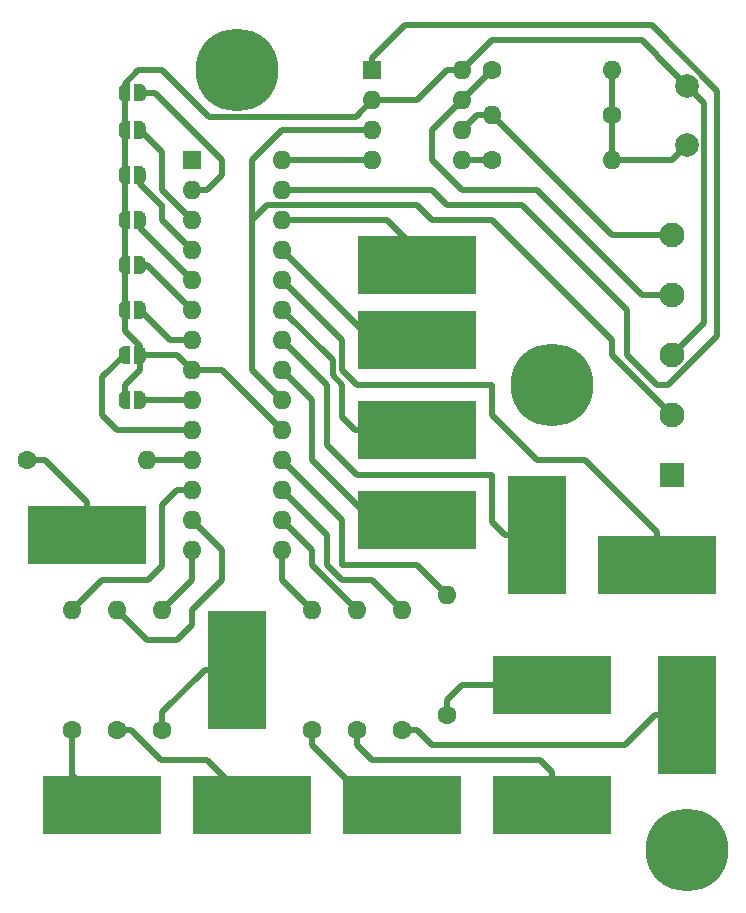
<source format=gbr>
G04 #@! TF.GenerationSoftware,KiCad,Pcbnew,(5.1.5)-3*
G04 #@! TF.CreationDate,2021-12-21T15:30:23+01:00*
G04 #@! TF.ProjectId,NummernstellputOutput,4e756d6d-6572-46e7-9374-656c6c707574,rev?*
G04 #@! TF.SameCoordinates,Original*
G04 #@! TF.FileFunction,Copper,L2,Bot*
G04 #@! TF.FilePolarity,Positive*
%FSLAX46Y46*%
G04 Gerber Fmt 4.6, Leading zero omitted, Abs format (unit mm)*
G04 Created by KiCad (PCBNEW (5.1.5)-3) date 2021-12-21 15:30:23*
%MOMM*%
%LPD*%
G04 APERTURE LIST*
%ADD10C,7.000000*%
%ADD11R,5.000000X10.000000*%
%ADD12R,10.000000X5.000000*%
%ADD13O,1.600000X1.600000*%
%ADD14R,1.600000X1.600000*%
%ADD15C,1.600000*%
%ADD16C,2.100000*%
%ADD17R,2.100000X2.100000*%
%ADD18C,0.100000*%
%ADD19C,2.000000*%
%ADD20C,0.500000*%
G04 APERTURE END LIST*
D10*
X60960000Y-45720000D03*
D11*
X72390000Y-73660000D03*
D12*
X60960000Y-81280000D03*
X48260000Y-81280000D03*
X60960000Y-71120000D03*
D11*
X34290000Y-69850000D03*
D12*
X49530000Y-35560000D03*
X49530000Y-41910000D03*
X69850000Y-60960000D03*
X49530000Y-49530000D03*
D11*
X59690000Y-58420000D03*
D12*
X49530000Y-57150000D03*
X35560000Y-81280000D03*
X22860000Y-81280000D03*
X21590000Y-58420000D03*
D13*
X38100000Y-26670000D03*
X30480000Y-59690000D03*
X38100000Y-29210000D03*
X30480000Y-57150000D03*
X38100000Y-31750000D03*
X30480000Y-54610000D03*
X38100000Y-34290000D03*
X30480000Y-52070000D03*
X38100000Y-36830000D03*
X30480000Y-49530000D03*
X38100000Y-39370000D03*
X30480000Y-46990000D03*
X38100000Y-41910000D03*
X30480000Y-44450000D03*
X38100000Y-44450000D03*
X30480000Y-41910000D03*
X38100000Y-46990000D03*
X30480000Y-39370000D03*
X38100000Y-49530000D03*
X30480000Y-36830000D03*
X38100000Y-52070000D03*
X30480000Y-34290000D03*
X38100000Y-54610000D03*
X30480000Y-31750000D03*
X38100000Y-57150000D03*
X30480000Y-29210000D03*
X38100000Y-59690000D03*
D14*
X30480000Y-26670000D03*
D13*
X53340000Y-19050000D03*
X45720000Y-26670000D03*
X53340000Y-21590000D03*
X45720000Y-24130000D03*
X53340000Y-24130000D03*
X45720000Y-21590000D03*
X53340000Y-26670000D03*
D14*
X45720000Y-19050000D03*
D13*
X52070000Y-63500000D03*
D15*
X52070000Y-73660000D03*
D13*
X48260000Y-64770000D03*
D15*
X48260000Y-74930000D03*
D13*
X44450000Y-64770000D03*
D15*
X44450000Y-74930000D03*
D13*
X40640000Y-64770000D03*
D15*
X40640000Y-74930000D03*
D13*
X27940000Y-64770000D03*
D15*
X27940000Y-74930000D03*
D13*
X24130000Y-64770000D03*
D15*
X24130000Y-74930000D03*
D13*
X20320000Y-64770000D03*
D15*
X20320000Y-74930000D03*
D13*
X26670000Y-52070000D03*
D15*
X16510000Y-52070000D03*
D13*
X66040000Y-26670000D03*
D15*
X55880000Y-26670000D03*
D13*
X66040000Y-19050000D03*
D15*
X55880000Y-19050000D03*
D13*
X55880000Y-22860000D03*
D15*
X66040000Y-22860000D03*
D16*
X71120000Y-33020000D03*
X71120000Y-38100000D03*
X71120000Y-43180000D03*
X71120000Y-48260000D03*
D17*
X71120000Y-53340000D03*
D10*
X72390000Y-85090000D03*
X34290000Y-19050000D03*
G04 #@! TA.AperFunction,SMDPad,CuDef*
D18*
G36*
X26050000Y-46240602D02*
G01*
X26074534Y-46240602D01*
X26123365Y-46245412D01*
X26171490Y-46254984D01*
X26218445Y-46269228D01*
X26263778Y-46288005D01*
X26307051Y-46311136D01*
X26347850Y-46338396D01*
X26385779Y-46369524D01*
X26420476Y-46404221D01*
X26451604Y-46442150D01*
X26478864Y-46482949D01*
X26501995Y-46526222D01*
X26520772Y-46571555D01*
X26535016Y-46618510D01*
X26544588Y-46666635D01*
X26549398Y-46715466D01*
X26549398Y-46740000D01*
X26550000Y-46740000D01*
X26550000Y-47240000D01*
X26549398Y-47240000D01*
X26549398Y-47264534D01*
X26544588Y-47313365D01*
X26535016Y-47361490D01*
X26520772Y-47408445D01*
X26501995Y-47453778D01*
X26478864Y-47497051D01*
X26451604Y-47537850D01*
X26420476Y-47575779D01*
X26385779Y-47610476D01*
X26347850Y-47641604D01*
X26307051Y-47668864D01*
X26263778Y-47691995D01*
X26218445Y-47710772D01*
X26171490Y-47725016D01*
X26123365Y-47734588D01*
X26074534Y-47739398D01*
X26050000Y-47739398D01*
X26050000Y-47740000D01*
X25550000Y-47740000D01*
X25550000Y-46240000D01*
X26050000Y-46240000D01*
X26050000Y-46240602D01*
G37*
G04 #@! TD.AperFunction*
G04 #@! TA.AperFunction,SMDPad,CuDef*
G36*
X25250000Y-47740000D02*
G01*
X24750000Y-47740000D01*
X24750000Y-47739398D01*
X24725466Y-47739398D01*
X24676635Y-47734588D01*
X24628510Y-47725016D01*
X24581555Y-47710772D01*
X24536222Y-47691995D01*
X24492949Y-47668864D01*
X24452150Y-47641604D01*
X24414221Y-47610476D01*
X24379524Y-47575779D01*
X24348396Y-47537850D01*
X24321136Y-47497051D01*
X24298005Y-47453778D01*
X24279228Y-47408445D01*
X24264984Y-47361490D01*
X24255412Y-47313365D01*
X24250602Y-47264534D01*
X24250602Y-47240000D01*
X24250000Y-47240000D01*
X24250000Y-46740000D01*
X24250602Y-46740000D01*
X24250602Y-46715466D01*
X24255412Y-46666635D01*
X24264984Y-46618510D01*
X24279228Y-46571555D01*
X24298005Y-46526222D01*
X24321136Y-46482949D01*
X24348396Y-46442150D01*
X24379524Y-46404221D01*
X24414221Y-46369524D01*
X24452150Y-46338396D01*
X24492949Y-46311136D01*
X24536222Y-46288005D01*
X24581555Y-46269228D01*
X24628510Y-46254984D01*
X24676635Y-46245412D01*
X24725466Y-46240602D01*
X24750000Y-46240602D01*
X24750000Y-46240000D01*
X25250000Y-46240000D01*
X25250000Y-47740000D01*
G37*
G04 #@! TD.AperFunction*
G04 #@! TA.AperFunction,SMDPad,CuDef*
G36*
X24750000Y-43929398D02*
G01*
X24725466Y-43929398D01*
X24676635Y-43924588D01*
X24628510Y-43915016D01*
X24581555Y-43900772D01*
X24536222Y-43881995D01*
X24492949Y-43858864D01*
X24452150Y-43831604D01*
X24414221Y-43800476D01*
X24379524Y-43765779D01*
X24348396Y-43727850D01*
X24321136Y-43687051D01*
X24298005Y-43643778D01*
X24279228Y-43598445D01*
X24264984Y-43551490D01*
X24255412Y-43503365D01*
X24250602Y-43454534D01*
X24250602Y-43430000D01*
X24250000Y-43430000D01*
X24250000Y-42930000D01*
X24250602Y-42930000D01*
X24250602Y-42905466D01*
X24255412Y-42856635D01*
X24264984Y-42808510D01*
X24279228Y-42761555D01*
X24298005Y-42716222D01*
X24321136Y-42672949D01*
X24348396Y-42632150D01*
X24379524Y-42594221D01*
X24414221Y-42559524D01*
X24452150Y-42528396D01*
X24492949Y-42501136D01*
X24536222Y-42478005D01*
X24581555Y-42459228D01*
X24628510Y-42444984D01*
X24676635Y-42435412D01*
X24725466Y-42430602D01*
X24750000Y-42430602D01*
X24750000Y-42430000D01*
X25250000Y-42430000D01*
X25250000Y-43930000D01*
X24750000Y-43930000D01*
X24750000Y-43929398D01*
G37*
G04 #@! TD.AperFunction*
G04 #@! TA.AperFunction,SMDPad,CuDef*
G36*
X25550000Y-42430000D02*
G01*
X26050000Y-42430000D01*
X26050000Y-42430602D01*
X26074534Y-42430602D01*
X26123365Y-42435412D01*
X26171490Y-42444984D01*
X26218445Y-42459228D01*
X26263778Y-42478005D01*
X26307051Y-42501136D01*
X26347850Y-42528396D01*
X26385779Y-42559524D01*
X26420476Y-42594221D01*
X26451604Y-42632150D01*
X26478864Y-42672949D01*
X26501995Y-42716222D01*
X26520772Y-42761555D01*
X26535016Y-42808510D01*
X26544588Y-42856635D01*
X26549398Y-42905466D01*
X26549398Y-42930000D01*
X26550000Y-42930000D01*
X26550000Y-43430000D01*
X26549398Y-43430000D01*
X26549398Y-43454534D01*
X26544588Y-43503365D01*
X26535016Y-43551490D01*
X26520772Y-43598445D01*
X26501995Y-43643778D01*
X26478864Y-43687051D01*
X26451604Y-43727850D01*
X26420476Y-43765779D01*
X26385779Y-43800476D01*
X26347850Y-43831604D01*
X26307051Y-43858864D01*
X26263778Y-43881995D01*
X26218445Y-43900772D01*
X26171490Y-43915016D01*
X26123365Y-43924588D01*
X26074534Y-43929398D01*
X26050000Y-43929398D01*
X26050000Y-43930000D01*
X25550000Y-43930000D01*
X25550000Y-42430000D01*
G37*
G04 #@! TD.AperFunction*
G04 #@! TA.AperFunction,SMDPad,CuDef*
G36*
X26050000Y-38620602D02*
G01*
X26074534Y-38620602D01*
X26123365Y-38625412D01*
X26171490Y-38634984D01*
X26218445Y-38649228D01*
X26263778Y-38668005D01*
X26307051Y-38691136D01*
X26347850Y-38718396D01*
X26385779Y-38749524D01*
X26420476Y-38784221D01*
X26451604Y-38822150D01*
X26478864Y-38862949D01*
X26501995Y-38906222D01*
X26520772Y-38951555D01*
X26535016Y-38998510D01*
X26544588Y-39046635D01*
X26549398Y-39095466D01*
X26549398Y-39120000D01*
X26550000Y-39120000D01*
X26550000Y-39620000D01*
X26549398Y-39620000D01*
X26549398Y-39644534D01*
X26544588Y-39693365D01*
X26535016Y-39741490D01*
X26520772Y-39788445D01*
X26501995Y-39833778D01*
X26478864Y-39877051D01*
X26451604Y-39917850D01*
X26420476Y-39955779D01*
X26385779Y-39990476D01*
X26347850Y-40021604D01*
X26307051Y-40048864D01*
X26263778Y-40071995D01*
X26218445Y-40090772D01*
X26171490Y-40105016D01*
X26123365Y-40114588D01*
X26074534Y-40119398D01*
X26050000Y-40119398D01*
X26050000Y-40120000D01*
X25550000Y-40120000D01*
X25550000Y-38620000D01*
X26050000Y-38620000D01*
X26050000Y-38620602D01*
G37*
G04 #@! TD.AperFunction*
G04 #@! TA.AperFunction,SMDPad,CuDef*
G36*
X25250000Y-40120000D02*
G01*
X24750000Y-40120000D01*
X24750000Y-40119398D01*
X24725466Y-40119398D01*
X24676635Y-40114588D01*
X24628510Y-40105016D01*
X24581555Y-40090772D01*
X24536222Y-40071995D01*
X24492949Y-40048864D01*
X24452150Y-40021604D01*
X24414221Y-39990476D01*
X24379524Y-39955779D01*
X24348396Y-39917850D01*
X24321136Y-39877051D01*
X24298005Y-39833778D01*
X24279228Y-39788445D01*
X24264984Y-39741490D01*
X24255412Y-39693365D01*
X24250602Y-39644534D01*
X24250602Y-39620000D01*
X24250000Y-39620000D01*
X24250000Y-39120000D01*
X24250602Y-39120000D01*
X24250602Y-39095466D01*
X24255412Y-39046635D01*
X24264984Y-38998510D01*
X24279228Y-38951555D01*
X24298005Y-38906222D01*
X24321136Y-38862949D01*
X24348396Y-38822150D01*
X24379524Y-38784221D01*
X24414221Y-38749524D01*
X24452150Y-38718396D01*
X24492949Y-38691136D01*
X24536222Y-38668005D01*
X24581555Y-38649228D01*
X24628510Y-38634984D01*
X24676635Y-38625412D01*
X24725466Y-38620602D01*
X24750000Y-38620602D01*
X24750000Y-38620000D01*
X25250000Y-38620000D01*
X25250000Y-40120000D01*
G37*
G04 #@! TD.AperFunction*
G04 #@! TA.AperFunction,SMDPad,CuDef*
G36*
X26050000Y-34810602D02*
G01*
X26074534Y-34810602D01*
X26123365Y-34815412D01*
X26171490Y-34824984D01*
X26218445Y-34839228D01*
X26263778Y-34858005D01*
X26307051Y-34881136D01*
X26347850Y-34908396D01*
X26385779Y-34939524D01*
X26420476Y-34974221D01*
X26451604Y-35012150D01*
X26478864Y-35052949D01*
X26501995Y-35096222D01*
X26520772Y-35141555D01*
X26535016Y-35188510D01*
X26544588Y-35236635D01*
X26549398Y-35285466D01*
X26549398Y-35310000D01*
X26550000Y-35310000D01*
X26550000Y-35810000D01*
X26549398Y-35810000D01*
X26549398Y-35834534D01*
X26544588Y-35883365D01*
X26535016Y-35931490D01*
X26520772Y-35978445D01*
X26501995Y-36023778D01*
X26478864Y-36067051D01*
X26451604Y-36107850D01*
X26420476Y-36145779D01*
X26385779Y-36180476D01*
X26347850Y-36211604D01*
X26307051Y-36238864D01*
X26263778Y-36261995D01*
X26218445Y-36280772D01*
X26171490Y-36295016D01*
X26123365Y-36304588D01*
X26074534Y-36309398D01*
X26050000Y-36309398D01*
X26050000Y-36310000D01*
X25550000Y-36310000D01*
X25550000Y-34810000D01*
X26050000Y-34810000D01*
X26050000Y-34810602D01*
G37*
G04 #@! TD.AperFunction*
G04 #@! TA.AperFunction,SMDPad,CuDef*
G36*
X25250000Y-36310000D02*
G01*
X24750000Y-36310000D01*
X24750000Y-36309398D01*
X24725466Y-36309398D01*
X24676635Y-36304588D01*
X24628510Y-36295016D01*
X24581555Y-36280772D01*
X24536222Y-36261995D01*
X24492949Y-36238864D01*
X24452150Y-36211604D01*
X24414221Y-36180476D01*
X24379524Y-36145779D01*
X24348396Y-36107850D01*
X24321136Y-36067051D01*
X24298005Y-36023778D01*
X24279228Y-35978445D01*
X24264984Y-35931490D01*
X24255412Y-35883365D01*
X24250602Y-35834534D01*
X24250602Y-35810000D01*
X24250000Y-35810000D01*
X24250000Y-35310000D01*
X24250602Y-35310000D01*
X24250602Y-35285466D01*
X24255412Y-35236635D01*
X24264984Y-35188510D01*
X24279228Y-35141555D01*
X24298005Y-35096222D01*
X24321136Y-35052949D01*
X24348396Y-35012150D01*
X24379524Y-34974221D01*
X24414221Y-34939524D01*
X24452150Y-34908396D01*
X24492949Y-34881136D01*
X24536222Y-34858005D01*
X24581555Y-34839228D01*
X24628510Y-34824984D01*
X24676635Y-34815412D01*
X24725466Y-34810602D01*
X24750000Y-34810602D01*
X24750000Y-34810000D01*
X25250000Y-34810000D01*
X25250000Y-36310000D01*
G37*
G04 #@! TD.AperFunction*
G04 #@! TA.AperFunction,SMDPad,CuDef*
G36*
X26050000Y-31000602D02*
G01*
X26074534Y-31000602D01*
X26123365Y-31005412D01*
X26171490Y-31014984D01*
X26218445Y-31029228D01*
X26263778Y-31048005D01*
X26307051Y-31071136D01*
X26347850Y-31098396D01*
X26385779Y-31129524D01*
X26420476Y-31164221D01*
X26451604Y-31202150D01*
X26478864Y-31242949D01*
X26501995Y-31286222D01*
X26520772Y-31331555D01*
X26535016Y-31378510D01*
X26544588Y-31426635D01*
X26549398Y-31475466D01*
X26549398Y-31500000D01*
X26550000Y-31500000D01*
X26550000Y-32000000D01*
X26549398Y-32000000D01*
X26549398Y-32024534D01*
X26544588Y-32073365D01*
X26535016Y-32121490D01*
X26520772Y-32168445D01*
X26501995Y-32213778D01*
X26478864Y-32257051D01*
X26451604Y-32297850D01*
X26420476Y-32335779D01*
X26385779Y-32370476D01*
X26347850Y-32401604D01*
X26307051Y-32428864D01*
X26263778Y-32451995D01*
X26218445Y-32470772D01*
X26171490Y-32485016D01*
X26123365Y-32494588D01*
X26074534Y-32499398D01*
X26050000Y-32499398D01*
X26050000Y-32500000D01*
X25550000Y-32500000D01*
X25550000Y-31000000D01*
X26050000Y-31000000D01*
X26050000Y-31000602D01*
G37*
G04 #@! TD.AperFunction*
G04 #@! TA.AperFunction,SMDPad,CuDef*
G36*
X25250000Y-32500000D02*
G01*
X24750000Y-32500000D01*
X24750000Y-32499398D01*
X24725466Y-32499398D01*
X24676635Y-32494588D01*
X24628510Y-32485016D01*
X24581555Y-32470772D01*
X24536222Y-32451995D01*
X24492949Y-32428864D01*
X24452150Y-32401604D01*
X24414221Y-32370476D01*
X24379524Y-32335779D01*
X24348396Y-32297850D01*
X24321136Y-32257051D01*
X24298005Y-32213778D01*
X24279228Y-32168445D01*
X24264984Y-32121490D01*
X24255412Y-32073365D01*
X24250602Y-32024534D01*
X24250602Y-32000000D01*
X24250000Y-32000000D01*
X24250000Y-31500000D01*
X24250602Y-31500000D01*
X24250602Y-31475466D01*
X24255412Y-31426635D01*
X24264984Y-31378510D01*
X24279228Y-31331555D01*
X24298005Y-31286222D01*
X24321136Y-31242949D01*
X24348396Y-31202150D01*
X24379524Y-31164221D01*
X24414221Y-31129524D01*
X24452150Y-31098396D01*
X24492949Y-31071136D01*
X24536222Y-31048005D01*
X24581555Y-31029228D01*
X24628510Y-31014984D01*
X24676635Y-31005412D01*
X24725466Y-31000602D01*
X24750000Y-31000602D01*
X24750000Y-31000000D01*
X25250000Y-31000000D01*
X25250000Y-32500000D01*
G37*
G04 #@! TD.AperFunction*
G04 #@! TA.AperFunction,SMDPad,CuDef*
G36*
X26050000Y-27190602D02*
G01*
X26074534Y-27190602D01*
X26123365Y-27195412D01*
X26171490Y-27204984D01*
X26218445Y-27219228D01*
X26263778Y-27238005D01*
X26307051Y-27261136D01*
X26347850Y-27288396D01*
X26385779Y-27319524D01*
X26420476Y-27354221D01*
X26451604Y-27392150D01*
X26478864Y-27432949D01*
X26501995Y-27476222D01*
X26520772Y-27521555D01*
X26535016Y-27568510D01*
X26544588Y-27616635D01*
X26549398Y-27665466D01*
X26549398Y-27690000D01*
X26550000Y-27690000D01*
X26550000Y-28190000D01*
X26549398Y-28190000D01*
X26549398Y-28214534D01*
X26544588Y-28263365D01*
X26535016Y-28311490D01*
X26520772Y-28358445D01*
X26501995Y-28403778D01*
X26478864Y-28447051D01*
X26451604Y-28487850D01*
X26420476Y-28525779D01*
X26385779Y-28560476D01*
X26347850Y-28591604D01*
X26307051Y-28618864D01*
X26263778Y-28641995D01*
X26218445Y-28660772D01*
X26171490Y-28675016D01*
X26123365Y-28684588D01*
X26074534Y-28689398D01*
X26050000Y-28689398D01*
X26050000Y-28690000D01*
X25550000Y-28690000D01*
X25550000Y-27190000D01*
X26050000Y-27190000D01*
X26050000Y-27190602D01*
G37*
G04 #@! TD.AperFunction*
G04 #@! TA.AperFunction,SMDPad,CuDef*
G36*
X25250000Y-28690000D02*
G01*
X24750000Y-28690000D01*
X24750000Y-28689398D01*
X24725466Y-28689398D01*
X24676635Y-28684588D01*
X24628510Y-28675016D01*
X24581555Y-28660772D01*
X24536222Y-28641995D01*
X24492949Y-28618864D01*
X24452150Y-28591604D01*
X24414221Y-28560476D01*
X24379524Y-28525779D01*
X24348396Y-28487850D01*
X24321136Y-28447051D01*
X24298005Y-28403778D01*
X24279228Y-28358445D01*
X24264984Y-28311490D01*
X24255412Y-28263365D01*
X24250602Y-28214534D01*
X24250602Y-28190000D01*
X24250000Y-28190000D01*
X24250000Y-27690000D01*
X24250602Y-27690000D01*
X24250602Y-27665466D01*
X24255412Y-27616635D01*
X24264984Y-27568510D01*
X24279228Y-27521555D01*
X24298005Y-27476222D01*
X24321136Y-27432949D01*
X24348396Y-27392150D01*
X24379524Y-27354221D01*
X24414221Y-27319524D01*
X24452150Y-27288396D01*
X24492949Y-27261136D01*
X24536222Y-27238005D01*
X24581555Y-27219228D01*
X24628510Y-27204984D01*
X24676635Y-27195412D01*
X24725466Y-27190602D01*
X24750000Y-27190602D01*
X24750000Y-27190000D01*
X25250000Y-27190000D01*
X25250000Y-28690000D01*
G37*
G04 #@! TD.AperFunction*
G04 #@! TA.AperFunction,SMDPad,CuDef*
G36*
X26050000Y-23380602D02*
G01*
X26074534Y-23380602D01*
X26123365Y-23385412D01*
X26171490Y-23394984D01*
X26218445Y-23409228D01*
X26263778Y-23428005D01*
X26307051Y-23451136D01*
X26347850Y-23478396D01*
X26385779Y-23509524D01*
X26420476Y-23544221D01*
X26451604Y-23582150D01*
X26478864Y-23622949D01*
X26501995Y-23666222D01*
X26520772Y-23711555D01*
X26535016Y-23758510D01*
X26544588Y-23806635D01*
X26549398Y-23855466D01*
X26549398Y-23880000D01*
X26550000Y-23880000D01*
X26550000Y-24380000D01*
X26549398Y-24380000D01*
X26549398Y-24404534D01*
X26544588Y-24453365D01*
X26535016Y-24501490D01*
X26520772Y-24548445D01*
X26501995Y-24593778D01*
X26478864Y-24637051D01*
X26451604Y-24677850D01*
X26420476Y-24715779D01*
X26385779Y-24750476D01*
X26347850Y-24781604D01*
X26307051Y-24808864D01*
X26263778Y-24831995D01*
X26218445Y-24850772D01*
X26171490Y-24865016D01*
X26123365Y-24874588D01*
X26074534Y-24879398D01*
X26050000Y-24879398D01*
X26050000Y-24880000D01*
X25550000Y-24880000D01*
X25550000Y-23380000D01*
X26050000Y-23380000D01*
X26050000Y-23380602D01*
G37*
G04 #@! TD.AperFunction*
G04 #@! TA.AperFunction,SMDPad,CuDef*
G36*
X25250000Y-24880000D02*
G01*
X24750000Y-24880000D01*
X24750000Y-24879398D01*
X24725466Y-24879398D01*
X24676635Y-24874588D01*
X24628510Y-24865016D01*
X24581555Y-24850772D01*
X24536222Y-24831995D01*
X24492949Y-24808864D01*
X24452150Y-24781604D01*
X24414221Y-24750476D01*
X24379524Y-24715779D01*
X24348396Y-24677850D01*
X24321136Y-24637051D01*
X24298005Y-24593778D01*
X24279228Y-24548445D01*
X24264984Y-24501490D01*
X24255412Y-24453365D01*
X24250602Y-24404534D01*
X24250602Y-24380000D01*
X24250000Y-24380000D01*
X24250000Y-23880000D01*
X24250602Y-23880000D01*
X24250602Y-23855466D01*
X24255412Y-23806635D01*
X24264984Y-23758510D01*
X24279228Y-23711555D01*
X24298005Y-23666222D01*
X24321136Y-23622949D01*
X24348396Y-23582150D01*
X24379524Y-23544221D01*
X24414221Y-23509524D01*
X24452150Y-23478396D01*
X24492949Y-23451136D01*
X24536222Y-23428005D01*
X24581555Y-23409228D01*
X24628510Y-23394984D01*
X24676635Y-23385412D01*
X24725466Y-23380602D01*
X24750000Y-23380602D01*
X24750000Y-23380000D01*
X25250000Y-23380000D01*
X25250000Y-24880000D01*
G37*
G04 #@! TD.AperFunction*
G04 #@! TA.AperFunction,SMDPad,CuDef*
G36*
X26050000Y-20220602D02*
G01*
X26074534Y-20220602D01*
X26123365Y-20225412D01*
X26171490Y-20234984D01*
X26218445Y-20249228D01*
X26263778Y-20268005D01*
X26307051Y-20291136D01*
X26347850Y-20318396D01*
X26385779Y-20349524D01*
X26420476Y-20384221D01*
X26451604Y-20422150D01*
X26478864Y-20462949D01*
X26501995Y-20506222D01*
X26520772Y-20551555D01*
X26535016Y-20598510D01*
X26544588Y-20646635D01*
X26549398Y-20695466D01*
X26549398Y-20720000D01*
X26550000Y-20720000D01*
X26550000Y-21220000D01*
X26549398Y-21220000D01*
X26549398Y-21244534D01*
X26544588Y-21293365D01*
X26535016Y-21341490D01*
X26520772Y-21388445D01*
X26501995Y-21433778D01*
X26478864Y-21477051D01*
X26451604Y-21517850D01*
X26420476Y-21555779D01*
X26385779Y-21590476D01*
X26347850Y-21621604D01*
X26307051Y-21648864D01*
X26263778Y-21671995D01*
X26218445Y-21690772D01*
X26171490Y-21705016D01*
X26123365Y-21714588D01*
X26074534Y-21719398D01*
X26050000Y-21719398D01*
X26050000Y-21720000D01*
X25550000Y-21720000D01*
X25550000Y-20220000D01*
X26050000Y-20220000D01*
X26050000Y-20220602D01*
G37*
G04 #@! TD.AperFunction*
G04 #@! TA.AperFunction,SMDPad,CuDef*
G36*
X25250000Y-21720000D02*
G01*
X24750000Y-21720000D01*
X24750000Y-21719398D01*
X24725466Y-21719398D01*
X24676635Y-21714588D01*
X24628510Y-21705016D01*
X24581555Y-21690772D01*
X24536222Y-21671995D01*
X24492949Y-21648864D01*
X24452150Y-21621604D01*
X24414221Y-21590476D01*
X24379524Y-21555779D01*
X24348396Y-21517850D01*
X24321136Y-21477051D01*
X24298005Y-21433778D01*
X24279228Y-21388445D01*
X24264984Y-21341490D01*
X24255412Y-21293365D01*
X24250602Y-21244534D01*
X24250602Y-21220000D01*
X24250000Y-21220000D01*
X24250000Y-20720000D01*
X24250602Y-20720000D01*
X24250602Y-20695466D01*
X24255412Y-20646635D01*
X24264984Y-20598510D01*
X24279228Y-20551555D01*
X24298005Y-20506222D01*
X24321136Y-20462949D01*
X24348396Y-20422150D01*
X24379524Y-20384221D01*
X24414221Y-20349524D01*
X24452150Y-20318396D01*
X24492949Y-20291136D01*
X24536222Y-20268005D01*
X24581555Y-20249228D01*
X24628510Y-20234984D01*
X24676635Y-20225412D01*
X24725466Y-20220602D01*
X24750000Y-20220602D01*
X24750000Y-20220000D01*
X25250000Y-20220000D01*
X25250000Y-21720000D01*
G37*
G04 #@! TD.AperFunction*
D19*
X72390000Y-20400000D03*
X72390000Y-25400000D03*
D20*
X72390000Y-20400000D02*
X69850000Y-17860000D01*
X69850000Y-17860000D02*
X69850000Y-17780000D01*
X69850000Y-17780000D02*
X68580000Y-16510000D01*
X55880000Y-16510000D02*
X53340000Y-19050000D01*
X68580000Y-16510000D02*
X55880000Y-16510000D01*
X53340000Y-19050000D02*
X52070000Y-19050000D01*
X49530000Y-21590000D02*
X45720000Y-21590000D01*
X52070000Y-19050000D02*
X49530000Y-21590000D01*
X24750000Y-20970000D02*
X24750000Y-24130000D01*
X24750000Y-24130000D02*
X24750000Y-24877592D01*
X26050000Y-43589636D02*
X26050000Y-43180000D01*
X24750000Y-40117592D02*
X24750000Y-39370000D01*
X24750000Y-41132408D02*
X24750000Y-40117592D01*
X26050000Y-42432408D02*
X24750000Y-41132408D01*
X26050000Y-43180000D02*
X26050000Y-42432408D01*
X29210000Y-43180000D02*
X30480000Y-44450000D01*
X26050000Y-43180000D02*
X29210000Y-43180000D01*
X33020000Y-44450000D02*
X38100000Y-49530000D01*
X30480000Y-44450000D02*
X33020000Y-44450000D01*
X24750000Y-35969636D02*
X24750000Y-39370000D01*
X24750000Y-24130000D02*
X24750000Y-35969636D01*
X73715001Y-40584999D02*
X71120000Y-43180000D01*
X72390000Y-20400000D02*
X73840001Y-21850001D01*
X73840001Y-40459999D02*
X73715001Y-40584999D01*
X73840001Y-21850001D02*
X73840001Y-40459999D01*
X24750000Y-20222408D02*
X24750000Y-20970000D01*
X44309999Y-23000001D02*
X31890001Y-23000001D01*
X31890001Y-23000001D02*
X27940000Y-19050000D01*
X45720000Y-21590000D02*
X44309999Y-23000001D01*
X27940000Y-19050000D02*
X25922408Y-19050000D01*
X25922408Y-19050000D02*
X24750000Y-20222408D01*
X26050000Y-43180000D02*
X26050000Y-44450000D01*
X24750000Y-45750000D02*
X24750000Y-46990000D01*
X26050000Y-44450000D02*
X24750000Y-45750000D01*
X71120000Y-26670000D02*
X72390000Y-25400000D01*
X66040000Y-26670000D02*
X71120000Y-26670000D01*
X66040000Y-26670000D02*
X66040000Y-22860000D01*
X66040000Y-22860000D02*
X66040000Y-19050000D01*
X30480000Y-29210000D02*
X31750000Y-29210000D01*
X31750000Y-29210000D02*
X33020000Y-27940000D01*
X33020000Y-27940000D02*
X33020000Y-26670000D01*
X27320000Y-20970000D02*
X26050000Y-20970000D01*
X33020000Y-26670000D02*
X27320000Y-20970000D01*
X26050000Y-24130000D02*
X27940000Y-26020000D01*
X27940000Y-29210000D02*
X30480000Y-31750000D01*
X27940000Y-26020000D02*
X27940000Y-29210000D01*
X30480000Y-34290000D02*
X27940000Y-31750000D01*
X27940000Y-31750000D02*
X27940000Y-30480000D01*
X26050000Y-28687592D02*
X26050000Y-27940000D01*
X27842408Y-30480000D02*
X26050000Y-28687592D01*
X27940000Y-30480000D02*
X27842408Y-30480000D01*
X26050000Y-32400000D02*
X26050000Y-31750000D01*
X30480000Y-36830000D02*
X26050000Y-32400000D01*
X26670000Y-35560000D02*
X26050000Y-35560000D01*
X30480000Y-39370000D02*
X26670000Y-35560000D01*
X28590000Y-41910000D02*
X26050000Y-39370000D01*
X30480000Y-41910000D02*
X28590000Y-41910000D01*
X24750000Y-43180000D02*
X22860000Y-45070000D01*
X22860000Y-45070000D02*
X22860000Y-48260000D01*
X24130000Y-49530000D02*
X30480000Y-49530000D01*
X22860000Y-48260000D02*
X24130000Y-49530000D01*
X30480000Y-46990000D02*
X26050000Y-46990000D01*
X54610000Y-22860000D02*
X53340000Y-24130000D01*
X55880000Y-22860000D02*
X54610000Y-22860000D01*
X66040000Y-33020000D02*
X55880000Y-22860000D01*
X71120000Y-33020000D02*
X66040000Y-33020000D01*
X55880000Y-19050000D02*
X53340000Y-21590000D01*
X50800000Y-24130000D02*
X53340000Y-21590000D01*
X68580000Y-38100000D02*
X59690000Y-29210000D01*
X71120000Y-38100000D02*
X68580000Y-38100000D01*
X59690000Y-29210000D02*
X53340000Y-29210000D01*
X53340000Y-29210000D02*
X50800000Y-26670000D01*
X50800000Y-26670000D02*
X50800000Y-24130000D01*
X35560000Y-44450000D02*
X38100000Y-46990000D01*
X35560000Y-31750000D02*
X35560000Y-44450000D01*
X38100000Y-24130000D02*
X45720000Y-24130000D01*
X35560000Y-31750000D02*
X35560000Y-26670000D01*
X35560000Y-26670000D02*
X38100000Y-24130000D01*
X66040000Y-43180000D02*
X71120000Y-48260000D01*
X66040000Y-41910000D02*
X66040000Y-43180000D01*
X36830000Y-30480000D02*
X49530000Y-30480000D01*
X50800000Y-31750000D02*
X55880000Y-31750000D01*
X35560000Y-31750000D02*
X36830000Y-30480000D01*
X55880000Y-31750000D02*
X66040000Y-41910000D01*
X49530000Y-30480000D02*
X50800000Y-31750000D01*
X55880000Y-26670000D02*
X53340000Y-26670000D01*
X30480000Y-52070000D02*
X26670000Y-52070000D01*
X30480000Y-54610000D02*
X29210000Y-54610000D01*
X29210000Y-54610000D02*
X27940000Y-55880000D01*
X22860000Y-62230000D02*
X20320000Y-64770000D01*
X25865002Y-62230000D02*
X22860000Y-62230000D01*
X27940000Y-60060000D02*
X27940000Y-61060000D01*
X27940000Y-60060000D02*
X27940000Y-60155002D01*
X27940000Y-55880000D02*
X27940000Y-60060000D01*
X26770000Y-62230000D02*
X25865002Y-62230000D01*
X27940000Y-61060000D02*
X26770000Y-62230000D01*
X24130000Y-64770000D02*
X26670000Y-67310000D01*
X26670000Y-67310000D02*
X29210000Y-67310000D01*
X29210000Y-67310000D02*
X30480000Y-66040000D01*
X30480000Y-66040000D02*
X30480000Y-64770000D01*
X30480000Y-64770000D02*
X33020000Y-62230000D01*
X33020000Y-59690000D02*
X30480000Y-57150000D01*
X33020000Y-62230000D02*
X33020000Y-59690000D01*
X30480000Y-62230000D02*
X27940000Y-64770000D01*
X30480000Y-59690000D02*
X30480000Y-62230000D01*
X38100000Y-62230000D02*
X40640000Y-64770000D01*
X38100000Y-59690000D02*
X38100000Y-62230000D01*
X38100000Y-57150000D02*
X40640000Y-59690000D01*
X40640000Y-60960000D02*
X44450000Y-64770000D01*
X40640000Y-59690000D02*
X40640000Y-60960000D01*
X41910000Y-58420000D02*
X38100000Y-54610000D01*
X41910000Y-60960000D02*
X41910000Y-58420000D01*
X43180000Y-62230000D02*
X41910000Y-60960000D01*
X48260000Y-64770000D02*
X45720000Y-62230000D01*
X45720000Y-62230000D02*
X43180000Y-62230000D01*
X49530000Y-60960000D02*
X52070000Y-63500000D01*
X43180000Y-60960000D02*
X49530000Y-60960000D01*
X38100000Y-52070000D02*
X43180000Y-57150000D01*
X43180000Y-57150000D02*
X43180000Y-60960000D01*
X45720000Y-26670000D02*
X38100000Y-26670000D01*
X48480000Y-15240000D02*
X45720000Y-18000000D01*
X67310000Y-39370000D02*
X67310000Y-43180000D01*
X69850000Y-45720000D02*
X70800002Y-45720000D01*
X52070000Y-30480000D02*
X58420000Y-30480000D01*
X50800000Y-29210000D02*
X52070000Y-30480000D01*
X45720000Y-18000000D02*
X45720000Y-19050000D01*
X38100000Y-29210000D02*
X50800000Y-29210000D01*
X74930000Y-41590002D02*
X74930000Y-20793998D01*
X74930000Y-20793998D02*
X69376002Y-15240000D01*
X58420000Y-30480000D02*
X67310000Y-39370000D01*
X67310000Y-43180000D02*
X69850000Y-45720000D01*
X70800002Y-45720000D02*
X74930000Y-41590002D01*
X69376002Y-15240000D02*
X48480000Y-15240000D01*
X17641370Y-52070000D02*
X16510000Y-52070000D01*
X17990000Y-52070000D02*
X17641370Y-52070000D01*
X21590000Y-55670000D02*
X17990000Y-52070000D01*
X21590000Y-58420000D02*
X21590000Y-55670000D01*
X20320000Y-78740000D02*
X22860000Y-81280000D01*
X20320000Y-74930000D02*
X20320000Y-78740000D01*
X25261370Y-74930000D02*
X27801370Y-77470000D01*
X24130000Y-74930000D02*
X25261370Y-74930000D01*
X27801370Y-77470000D02*
X31750000Y-77470000D01*
X31750000Y-77470000D02*
X35560000Y-81280000D01*
X49530000Y-57150000D02*
X45720000Y-57150000D01*
X45720000Y-57150000D02*
X40640000Y-52070000D01*
X40640000Y-46990000D02*
X38100000Y-44450000D01*
X40640000Y-52070000D02*
X40640000Y-46990000D01*
X41910000Y-45720000D02*
X38100000Y-41910000D01*
X41910000Y-50800000D02*
X41910000Y-45720000D01*
X59690000Y-58420000D02*
X56940000Y-58420000D01*
X56940000Y-58420000D02*
X55880000Y-57360000D01*
X55880000Y-53340000D02*
X44450000Y-53340000D01*
X55880000Y-57360000D02*
X55880000Y-53340000D01*
X44450000Y-53340000D02*
X41910000Y-50800000D01*
X44280000Y-49530000D02*
X43180000Y-48430000D01*
X49530000Y-49530000D02*
X44280000Y-49530000D01*
X42360010Y-43630010D02*
X38100000Y-39370000D01*
X43180000Y-48430000D02*
X43180000Y-45720000D01*
X43180000Y-45720000D02*
X42360010Y-44900010D01*
X42360010Y-44900010D02*
X42360010Y-43630010D01*
X43180000Y-44450000D02*
X43180000Y-41910000D01*
X44450000Y-45720000D02*
X43180000Y-44450000D01*
X55880000Y-45720000D02*
X44450000Y-45720000D01*
X69850000Y-60960000D02*
X69850000Y-58210000D01*
X55880000Y-48260000D02*
X55880000Y-45720000D01*
X43180000Y-41910000D02*
X38100000Y-36830000D01*
X63710000Y-52070000D02*
X59690000Y-52070000D01*
X69850000Y-58210000D02*
X63710000Y-52070000D01*
X59690000Y-52070000D02*
X55880000Y-48260000D01*
X45720000Y-41910000D02*
X49530000Y-41910000D01*
X38100000Y-34290000D02*
X45720000Y-41910000D01*
X46990000Y-31750000D02*
X49530000Y-34290000D01*
X38100000Y-31750000D02*
X46990000Y-31750000D01*
X27940000Y-73798630D02*
X27940000Y-74930000D01*
X27940000Y-73450000D02*
X27940000Y-73798630D01*
X31540000Y-69850000D02*
X27940000Y-73450000D01*
X34290000Y-69850000D02*
X31540000Y-69850000D01*
X52070000Y-73660000D02*
X52070000Y-72390000D01*
X53340000Y-71120000D02*
X60960000Y-71120000D01*
X52070000Y-72390000D02*
X53340000Y-71120000D01*
X45720000Y-81280000D02*
X48260000Y-81280000D01*
X40640000Y-74930000D02*
X40640000Y-76200000D01*
X40640000Y-76200000D02*
X45720000Y-81280000D01*
X44450000Y-74930000D02*
X44450000Y-76200000D01*
X44450000Y-76200000D02*
X45720000Y-77470000D01*
X59900000Y-77470000D02*
X60960000Y-78530000D01*
X60960000Y-78530000D02*
X60960000Y-81280000D01*
X45720000Y-77470000D02*
X59900000Y-77470000D01*
X48260000Y-74930000D02*
X49530000Y-74930000D01*
X50800000Y-76200000D02*
X67100000Y-76200000D01*
X67100000Y-76200000D02*
X69640000Y-73660000D01*
X69640000Y-73660000D02*
X72390000Y-73660000D01*
X49530000Y-74930000D02*
X50800000Y-76200000D01*
M02*

</source>
